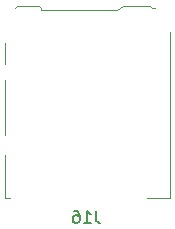
<source format=gbo>
G04 #@! TF.GenerationSoftware,KiCad,Pcbnew,(5.1.12)-1*
G04 #@! TF.CreationDate,2022-08-10T22:48:41-07:00*
G04 #@! TF.ProjectId,JBX16,4a425831-362e-46b6-9963-61645f706362,rev?*
G04 #@! TF.SameCoordinates,Original*
G04 #@! TF.FileFunction,Legend,Bot*
G04 #@! TF.FilePolarity,Positive*
%FSLAX46Y46*%
G04 Gerber Fmt 4.6, Leading zero omitted, Abs format (unit mm)*
G04 Created by KiCad (PCBNEW (5.1.12)-1) date 2022-08-10 22:48:41*
%MOMM*%
%LPD*%
G01*
G04 APERTURE LIST*
%ADD10C,0.120000*%
%ADD11C,0.150000*%
%ADD12O,1.700000X1.700000*%
%ADD13R,1.700000X1.700000*%
%ADD14R,1.500000X1.050000*%
%ADD15O,1.500000X1.050000*%
%ADD16O,2.000000X2.000000*%
%ADD17R,2.000000X2.000000*%
%ADD18O,1.400000X1.400000*%
%ADD19C,1.400000*%
%ADD20R,2.000000X1.440000*%
%ADD21O,2.000000X1.440000*%
%ADD22O,1.600000X1.600000*%
%ADD23R,1.600000X1.600000*%
%ADD24C,1.600000*%
%ADD25R,1.050000X1.500000*%
%ADD26O,1.050000X1.500000*%
%ADD27C,1.000000*%
%ADD28O,2.700000X3.300000*%
%ADD29R,1.300000X1.900000*%
%ADD30R,1.000000X2.800000*%
%ADD31R,1.000000X0.800000*%
%ADD32R,1.000000X1.200000*%
%ADD33R,0.700000X1.200000*%
%ADD34C,1.700000*%
%ADD35O,1.400000X3.200000*%
%ADD36C,0.800000*%
%ADD37O,2.000000X3.000000*%
%ADD38C,2.000000*%
%ADD39C,5.700000*%
%ADD40C,1.422400*%
%ADD41R,1.422400X1.422400*%
%ADD42C,1.524000*%
%ADD43R,2.000000X3.000000*%
%ADD44R,3.500000X2.000000*%
%ADD45C,2.800000*%
G04 APERTURE END LIST*
D10*
X151468000Y-27124200D02*
X150958000Y-27474200D01*
X153978000Y-27324200D02*
X154238000Y-27324200D01*
X153778000Y-27124200D02*
X153978000Y-27324200D01*
X144378000Y-27124200D02*
X144588000Y-27324200D01*
X144588000Y-27474200D02*
X144588000Y-27324200D01*
X144588000Y-27474200D02*
X150958000Y-27474200D01*
X141488000Y-32084200D02*
X141488000Y-30284200D01*
X141488000Y-38084200D02*
X141488000Y-33384200D01*
X142518000Y-27124200D02*
X142318000Y-27324200D01*
X142518000Y-27124200D02*
X144378000Y-27124200D01*
X153778000Y-27124200D02*
X151468000Y-27124200D01*
X141488000Y-43394200D02*
X141488000Y-39784200D01*
X141938000Y-43394200D02*
X141488000Y-43394200D01*
X155458000Y-43394200D02*
X155458000Y-29384200D01*
X153538000Y-43394200D02*
X155458000Y-43394200D01*
D11*
X149197523Y-44486580D02*
X149197523Y-45200866D01*
X149245142Y-45343723D01*
X149340380Y-45438961D01*
X149483238Y-45486580D01*
X149578476Y-45486580D01*
X148197523Y-45486580D02*
X148768952Y-45486580D01*
X148483238Y-45486580D02*
X148483238Y-44486580D01*
X148578476Y-44629438D01*
X148673714Y-44724676D01*
X148768952Y-44772295D01*
X147340380Y-44486580D02*
X147530857Y-44486580D01*
X147626095Y-44534200D01*
X147673714Y-44581819D01*
X147768952Y-44724676D01*
X147816571Y-44915152D01*
X147816571Y-45296104D01*
X147768952Y-45391342D01*
X147721333Y-45438961D01*
X147626095Y-45486580D01*
X147435619Y-45486580D01*
X147340380Y-45438961D01*
X147292761Y-45391342D01*
X147245142Y-45296104D01*
X147245142Y-45058009D01*
X147292761Y-44962771D01*
X147340380Y-44915152D01*
X147435619Y-44867533D01*
X147626095Y-44867533D01*
X147721333Y-44915152D01*
X147768952Y-44962771D01*
X147816571Y-45058009D01*
%LPC*%
D12*
X229108000Y-111353600D03*
X226568000Y-111353600D03*
X229108000Y-108813600D03*
X226568000Y-108813600D03*
X229108000Y-106273600D03*
X226568000Y-106273600D03*
X229108000Y-103733600D03*
D13*
X226568000Y-103733600D03*
D14*
X244703600Y-196469000D03*
D15*
X244703600Y-193929000D03*
X244703600Y-195199000D03*
D12*
X162788600Y-207264000D03*
X162788600Y-204724000D03*
X165328600Y-207264000D03*
X165328600Y-204724000D03*
X167868600Y-207264000D03*
X167868600Y-204724000D03*
X170408600Y-207264000D03*
X170408600Y-204724000D03*
X172948600Y-207264000D03*
D13*
X172948600Y-204724000D03*
D16*
X261924800Y-67614800D03*
D17*
X256844800Y-67614800D03*
D18*
X200456800Y-102895400D03*
D19*
X200456800Y-97815400D03*
D20*
X179445920Y-186720000D03*
D21*
X164205920Y-186720000D03*
X179445920Y-184180000D03*
X164205920Y-184180000D03*
X179445920Y-181640000D03*
X164205920Y-181640000D03*
X179445920Y-179100000D03*
X164205920Y-179100000D03*
X179445920Y-176560000D03*
X164205920Y-176560000D03*
X179445920Y-174020000D03*
X164205920Y-174020000D03*
X179445920Y-171480000D03*
X164205920Y-171480000D03*
X179445920Y-168940000D03*
X164205920Y-168940000D03*
X179445920Y-166400000D03*
X164205920Y-166400000D03*
X179445920Y-163860000D03*
X164205920Y-163860000D03*
X179445920Y-161320000D03*
X164205920Y-161320000D03*
X179445920Y-158780000D03*
X164205920Y-158780000D03*
X179445920Y-156240000D03*
X164205920Y-156240000D03*
X179445920Y-153700000D03*
X164205920Y-153700000D03*
X179445920Y-151160000D03*
X164205920Y-151160000D03*
X179445920Y-148620000D03*
X164205920Y-148620000D03*
D14*
X78613000Y-127838200D03*
D15*
X78613000Y-125298200D03*
X78613000Y-126568200D03*
D12*
X87909400Y-132842000D03*
X85369400Y-132842000D03*
D13*
X82829400Y-132842000D03*
D22*
X49631600Y-176072800D03*
X57251600Y-160832800D03*
X49631600Y-173532800D03*
X57251600Y-163372800D03*
X49631600Y-170992800D03*
X57251600Y-165912800D03*
X49631600Y-168452800D03*
X57251600Y-168452800D03*
X49631600Y-165912800D03*
X57251600Y-170992800D03*
X49631600Y-163372800D03*
X57251600Y-173532800D03*
X49631600Y-160832800D03*
D23*
X57251600Y-176072800D03*
D12*
X65354200Y-165862000D03*
X67894200Y-165862000D03*
X65354200Y-168402000D03*
X67894200Y-168402000D03*
X65354200Y-170942000D03*
D13*
X67894200Y-170942000D03*
D12*
X39039800Y-165963600D03*
X41579800Y-165963600D03*
X39039800Y-168503600D03*
X41579800Y-168503600D03*
X39039800Y-171043600D03*
D13*
X41579800Y-171043600D03*
D18*
X82575400Y-135940800D03*
D19*
X87655400Y-135940800D03*
D18*
X82575400Y-145008600D03*
D19*
X87655400Y-145008600D03*
D18*
X75412600Y-173075600D03*
D19*
X75412600Y-178155600D03*
D18*
X59994800Y-173507400D03*
D19*
X59994800Y-178587400D03*
D18*
X82575400Y-140309600D03*
D19*
X87655400Y-140309600D03*
D18*
X82575400Y-147193000D03*
D19*
X87655400Y-147193000D03*
D18*
X82575400Y-149402800D03*
D19*
X87655400Y-149402800D03*
D18*
X46812200Y-173634400D03*
D19*
X46812200Y-178714400D03*
D18*
X46913800Y-163398200D03*
D19*
X46913800Y-158318200D03*
D18*
X44602400Y-178714400D03*
D19*
X44602400Y-173634400D03*
D18*
X44704000Y-158318200D03*
D19*
X44704000Y-163398200D03*
D18*
X82575400Y-142494000D03*
D19*
X87655400Y-142494000D03*
D18*
X82575400Y-138125200D03*
D19*
X87655400Y-138125200D03*
D18*
X82550000Y-151612600D03*
D19*
X87630000Y-151612600D03*
D18*
X75438000Y-165252400D03*
D19*
X75438000Y-160172400D03*
D18*
X60071000Y-163347400D03*
D19*
X60071000Y-158267400D03*
D18*
X62306200Y-158267400D03*
D19*
X62306200Y-163347400D03*
D18*
X62230000Y-178587400D03*
D19*
X62230000Y-173507400D03*
D24*
X44892600Y-180797200D03*
X42392600Y-180797200D03*
X49620800Y-158089600D03*
X52120800Y-158089600D03*
X42392600Y-176112800D03*
X42392600Y-178612800D03*
X42443400Y-160909000D03*
X42443400Y-158409000D03*
X57262400Y-158089600D03*
X54762400Y-158089600D03*
X61965200Y-180670200D03*
X64465200Y-180670200D03*
X64541400Y-160869000D03*
X64541400Y-158369000D03*
X64465200Y-175985800D03*
X64465200Y-178485800D03*
X79622400Y-182290720D03*
D23*
X77622400Y-182290720D03*
D24*
X75438000Y-170952800D03*
X75438000Y-168452800D03*
X87039200Y-182290720D03*
D23*
X85039200Y-182290720D03*
D24*
X88722200Y-165938200D03*
X88722200Y-168438200D03*
D22*
X124180600Y-70053200D03*
X121640600Y-70053200D03*
X124180600Y-67513200D03*
X121640600Y-67513200D03*
X124180600Y-64973200D03*
X121640600Y-64973200D03*
X124180600Y-62433200D03*
X121640600Y-62433200D03*
X124180600Y-59893200D03*
D23*
X121640600Y-59893200D03*
D22*
X223083120Y-100299520D03*
X223083120Y-97759520D03*
X223083120Y-95219520D03*
X223083120Y-92679520D03*
X223083120Y-90139520D03*
D23*
X223083120Y-87599520D03*
D18*
X275412200Y-54356000D03*
D19*
X270332200Y-54356000D03*
D18*
X274777200Y-91719400D03*
D19*
X274777200Y-96799400D03*
D14*
X274980400Y-50241200D03*
D15*
X274980400Y-47701200D03*
X274980400Y-48971200D03*
D25*
X268097000Y-91719400D03*
D26*
X270637000Y-91719400D03*
X269367000Y-91719400D03*
D23*
X135107680Y-49484280D03*
D22*
X135107680Y-52024280D03*
X135107680Y-54564280D03*
X135107680Y-57104280D03*
X135107680Y-59644280D03*
X135107680Y-62184280D03*
X135107680Y-64724280D03*
X135107680Y-67264280D03*
X135107680Y-69804280D03*
X135107680Y-72344280D03*
X135107680Y-74884280D03*
X135107680Y-77424280D03*
X135107680Y-79964280D03*
X135107680Y-82504280D03*
X135107680Y-85044280D03*
X135107680Y-87584280D03*
X135107680Y-90124280D03*
X135107680Y-92664280D03*
X135107680Y-95204280D03*
X135107680Y-97744280D03*
X135107680Y-100284280D03*
X135107680Y-102824280D03*
X135107680Y-105364280D03*
X135107680Y-107904280D03*
X135107680Y-110444280D03*
X135107680Y-112984280D03*
X135107680Y-115524280D03*
X135107680Y-118064280D03*
X135107680Y-120604280D03*
X135107680Y-123144280D03*
X135107680Y-125684280D03*
X135107680Y-128224280D03*
X157967680Y-64724280D03*
X157967680Y-49484280D03*
X157967680Y-128224280D03*
X157967680Y-120604280D03*
X157967680Y-52024280D03*
X157967680Y-110444280D03*
X157967680Y-125684280D03*
X157967680Y-118064280D03*
X157967680Y-115524280D03*
X157967680Y-105364280D03*
X157967680Y-74884280D03*
X157967680Y-85044280D03*
X157967680Y-79964280D03*
X157967680Y-72344280D03*
X157967680Y-67264280D03*
X157967680Y-57104280D03*
X157967680Y-54564280D03*
X157967680Y-82504280D03*
X157967680Y-123144280D03*
X157967680Y-87584280D03*
X157967680Y-62184280D03*
X157967680Y-112984280D03*
X157967680Y-69804280D03*
X157967680Y-100284280D03*
X157967680Y-107904280D03*
X157967680Y-92664280D03*
X157967680Y-59644280D03*
X157967680Y-97744280D03*
X157967680Y-102824280D03*
X157967680Y-95204280D03*
X157967680Y-90124280D03*
X157967680Y-77424280D03*
D18*
X61366400Y-146659600D03*
D19*
X66446400Y-146659600D03*
D18*
X50114200Y-152577800D03*
D19*
X55194200Y-152577800D03*
D27*
X69054900Y-134467600D03*
X70954900Y-134467600D03*
D22*
X71208900Y-144437100D03*
X63588900Y-136817100D03*
X68668900Y-144437100D03*
X66128900Y-136817100D03*
X66128900Y-144437100D03*
X68668900Y-136817100D03*
X63588900Y-144437100D03*
D23*
X71208900Y-136817100D03*
D16*
X57150000Y-149453600D03*
D17*
X57150000Y-144373600D03*
D24*
X67017900Y-134427600D03*
X67017900Y-131927600D03*
X72986900Y-134467600D03*
X72986900Y-131967600D03*
X175006000Y-83947000D03*
X172506000Y-83947000D03*
X161584000Y-73406000D03*
X164084000Y-73406000D03*
X182435500Y-53149500D03*
X179935500Y-53149500D03*
X161584000Y-70993000D03*
X164084000Y-70993000D03*
X161584000Y-76009500D03*
X164084000Y-76009500D03*
X179959000Y-70826000D03*
X179959000Y-68326000D03*
X68772400Y-146659600D03*
X71272400Y-146659600D03*
X182435500Y-59626500D03*
X179935500Y-59626500D03*
X182435500Y-66103500D03*
X179935500Y-66103500D03*
X161584000Y-78486000D03*
X164084000Y-78486000D03*
X182435500Y-63944500D03*
X179935500Y-63944500D03*
X177546000Y-47498000D03*
X175046000Y-47498000D03*
X182435500Y-61785500D03*
X179935500Y-61785500D03*
X182435500Y-55308500D03*
X179935500Y-55308500D03*
X161584000Y-59753500D03*
X164084000Y-59753500D03*
X170029500Y-47498000D03*
X172529500Y-47498000D03*
X182435500Y-57467500D03*
X179935500Y-57467500D03*
X161584000Y-57594500D03*
X164084000Y-57594500D03*
D25*
X76835000Y-117043200D03*
D26*
X79375000Y-117043200D03*
X78105000Y-117043200D03*
D25*
X70307200Y-117043200D03*
D26*
X72847200Y-117043200D03*
X71577200Y-117043200D03*
D14*
X219265500Y-196405500D03*
D15*
X219265500Y-193865500D03*
X219265500Y-195135500D03*
D22*
X45768180Y-118094760D03*
X43228180Y-118094760D03*
X45768180Y-115554760D03*
X43228180Y-115554760D03*
X45768180Y-113014760D03*
X43228180Y-113014760D03*
X45768180Y-110474760D03*
X43228180Y-110474760D03*
X45768180Y-107934760D03*
X43228180Y-107934760D03*
X45768180Y-105394760D03*
X43228180Y-105394760D03*
X45768180Y-102854760D03*
X43228180Y-102854760D03*
X45768180Y-100314760D03*
X43228180Y-100314760D03*
X45768180Y-97774760D03*
X43228180Y-97774760D03*
X45768180Y-95234760D03*
X43228180Y-95234760D03*
X45768180Y-92694760D03*
X43228180Y-92694760D03*
X45768180Y-90154760D03*
X43228180Y-90154760D03*
X45768180Y-87614760D03*
X43228180Y-87614760D03*
X45768180Y-85074760D03*
X43228180Y-85074760D03*
X45768180Y-82534760D03*
X43228180Y-82534760D03*
X45768180Y-79994760D03*
X43228180Y-79994760D03*
X45768180Y-77454760D03*
X43228180Y-77454760D03*
X45768180Y-74914760D03*
X43228180Y-74914760D03*
X45768180Y-72374760D03*
X43228180Y-72374760D03*
X45768180Y-69834760D03*
X43228180Y-69834760D03*
X45768180Y-67294760D03*
X43228180Y-67294760D03*
X45768180Y-64754760D03*
X43228180Y-64754760D03*
X45768180Y-62214760D03*
X43228180Y-62214760D03*
X45768180Y-59674760D03*
X43228180Y-59674760D03*
X45768180Y-57134760D03*
X43228180Y-57134760D03*
X45768180Y-54594760D03*
X43228180Y-54594760D03*
X45768180Y-52054760D03*
X43228180Y-52054760D03*
X45768180Y-49514760D03*
X43228180Y-49514760D03*
X45768180Y-46974760D03*
X43228180Y-46974760D03*
X45768180Y-44434760D03*
X43228180Y-44434760D03*
X45768180Y-41894760D03*
X43228180Y-41894760D03*
X45768180Y-39354760D03*
X43228180Y-39354760D03*
X45768180Y-36814760D03*
X43228180Y-36814760D03*
X45768180Y-34274760D03*
X43228180Y-34274760D03*
X45768180Y-31734760D03*
X43228180Y-31734760D03*
X45768180Y-29194760D03*
D23*
X43228180Y-29194760D03*
D22*
X66083180Y-118094760D03*
X63543180Y-118094760D03*
X66083180Y-115554760D03*
X63543180Y-115554760D03*
X66083180Y-113014760D03*
X63543180Y-113014760D03*
X66083180Y-110474760D03*
X63543180Y-110474760D03*
X66083180Y-107934760D03*
X63543180Y-107934760D03*
X66083180Y-105394760D03*
X63543180Y-105394760D03*
X66083180Y-102854760D03*
X63543180Y-102854760D03*
X66083180Y-100314760D03*
X63543180Y-100314760D03*
X66083180Y-97774760D03*
X63543180Y-97774760D03*
X66083180Y-95234760D03*
X63543180Y-95234760D03*
X66083180Y-92694760D03*
X63543180Y-92694760D03*
X66083180Y-90154760D03*
X63543180Y-90154760D03*
X66083180Y-87614760D03*
X63543180Y-87614760D03*
X66083180Y-85074760D03*
X63543180Y-85074760D03*
X66083180Y-82534760D03*
X63543180Y-82534760D03*
X66083180Y-79994760D03*
X63543180Y-79994760D03*
X66083180Y-77454760D03*
X63543180Y-77454760D03*
X66083180Y-74914760D03*
X63543180Y-74914760D03*
X66083180Y-72374760D03*
X63543180Y-72374760D03*
X66083180Y-69834760D03*
X63543180Y-69834760D03*
X66083180Y-67294760D03*
X63543180Y-67294760D03*
X66083180Y-64754760D03*
X63543180Y-64754760D03*
X66083180Y-62214760D03*
X63543180Y-62214760D03*
X66083180Y-59674760D03*
X63543180Y-59674760D03*
X66083180Y-57134760D03*
X63543180Y-57134760D03*
X66083180Y-54594760D03*
X63543180Y-54594760D03*
X66083180Y-52054760D03*
X63543180Y-52054760D03*
X66083180Y-49514760D03*
X63543180Y-49514760D03*
X66083180Y-46974760D03*
X63543180Y-46974760D03*
X66083180Y-44434760D03*
D23*
X63543180Y-44434760D03*
D22*
X86403180Y-118094760D03*
X83863180Y-118094760D03*
X86403180Y-115554760D03*
X83863180Y-115554760D03*
X86403180Y-113014760D03*
X83863180Y-113014760D03*
X86403180Y-110474760D03*
X83863180Y-110474760D03*
X86403180Y-107934760D03*
X83863180Y-107934760D03*
X86403180Y-105394760D03*
X83863180Y-105394760D03*
X86403180Y-102854760D03*
X83863180Y-102854760D03*
X86403180Y-100314760D03*
X83863180Y-100314760D03*
X86403180Y-97774760D03*
X83863180Y-97774760D03*
X86403180Y-95234760D03*
X83863180Y-95234760D03*
X86403180Y-92694760D03*
X83863180Y-92694760D03*
X86403180Y-90154760D03*
X83863180Y-90154760D03*
X86403180Y-87614760D03*
X83863180Y-87614760D03*
X86403180Y-85074760D03*
X83863180Y-85074760D03*
X86403180Y-82534760D03*
X83863180Y-82534760D03*
X86403180Y-79994760D03*
X83863180Y-79994760D03*
X86403180Y-77454760D03*
X83863180Y-77454760D03*
X86403180Y-74914760D03*
X83863180Y-74914760D03*
X86403180Y-72374760D03*
X83863180Y-72374760D03*
X86403180Y-69834760D03*
X83863180Y-69834760D03*
X86403180Y-67294760D03*
X83863180Y-67294760D03*
X86403180Y-64754760D03*
X83863180Y-64754760D03*
X86403180Y-62214760D03*
X83863180Y-62214760D03*
X86403180Y-59674760D03*
X83863180Y-59674760D03*
X86403180Y-57134760D03*
X83863180Y-57134760D03*
X86403180Y-54594760D03*
X83863180Y-54594760D03*
X86403180Y-52054760D03*
X83863180Y-52054760D03*
X86403180Y-49514760D03*
X83863180Y-49514760D03*
X86403180Y-46974760D03*
X83863180Y-46974760D03*
X86403180Y-44434760D03*
X83863180Y-44434760D03*
X86403180Y-41894760D03*
X83863180Y-41894760D03*
X86403180Y-39354760D03*
X83863180Y-39354760D03*
X86403180Y-36814760D03*
X83863180Y-36814760D03*
X86403180Y-34274760D03*
X83863180Y-34274760D03*
X86403180Y-31734760D03*
X83863180Y-31734760D03*
X86403180Y-29194760D03*
D23*
X83863180Y-29194760D03*
X104183180Y-29194760D03*
D22*
X106723180Y-29194760D03*
X104183180Y-31734760D03*
X106723180Y-31734760D03*
X104183180Y-34274760D03*
X106723180Y-34274760D03*
X104183180Y-36814760D03*
X106723180Y-36814760D03*
X104183180Y-39354760D03*
X106723180Y-39354760D03*
X104183180Y-41894760D03*
X106723180Y-41894760D03*
X104183180Y-44434760D03*
X106723180Y-44434760D03*
X104183180Y-46974760D03*
X106723180Y-46974760D03*
X104183180Y-49514760D03*
X106723180Y-49514760D03*
X104183180Y-52054760D03*
X106723180Y-52054760D03*
X104183180Y-54594760D03*
X106723180Y-54594760D03*
X104183180Y-57134760D03*
X106723180Y-57134760D03*
X104183180Y-59674760D03*
X106723180Y-59674760D03*
X104183180Y-62214760D03*
X106723180Y-62214760D03*
X104183180Y-64754760D03*
X106723180Y-64754760D03*
X104183180Y-67294760D03*
X106723180Y-67294760D03*
X104183180Y-69834760D03*
X106723180Y-69834760D03*
X104183180Y-72374760D03*
X106723180Y-72374760D03*
X104183180Y-74914760D03*
X106723180Y-74914760D03*
X104183180Y-77454760D03*
X106723180Y-77454760D03*
X104183180Y-79994760D03*
X106723180Y-79994760D03*
X104183180Y-82534760D03*
X106723180Y-82534760D03*
X104183180Y-85074760D03*
X106723180Y-85074760D03*
X104183180Y-87614760D03*
X106723180Y-87614760D03*
X104183180Y-90154760D03*
X106723180Y-90154760D03*
X104183180Y-92694760D03*
X106723180Y-92694760D03*
X104183180Y-95234760D03*
X106723180Y-95234760D03*
X104183180Y-97774760D03*
X106723180Y-97774760D03*
X104183180Y-100314760D03*
X106723180Y-100314760D03*
X104183180Y-102854760D03*
X106723180Y-102854760D03*
X104183180Y-105394760D03*
X106723180Y-105394760D03*
X104183180Y-107934760D03*
X106723180Y-107934760D03*
X104183180Y-110474760D03*
X106723180Y-110474760D03*
X104183180Y-113014760D03*
X106723180Y-113014760D03*
X104183180Y-115554760D03*
X106723180Y-115554760D03*
X104183180Y-118094760D03*
X106723180Y-118094760D03*
D18*
X90347800Y-171526200D03*
D19*
X90347800Y-176606200D03*
D18*
X92684600Y-171526200D03*
D19*
X92684600Y-176606200D03*
D28*
X274485760Y-77803640D03*
X270285760Y-77803640D03*
X266085760Y-77803640D03*
X261885760Y-77803640D03*
X257685760Y-77803640D03*
X253485760Y-77803640D03*
X249285760Y-77803640D03*
X245085760Y-77803640D03*
X240885760Y-77803640D03*
X236685760Y-77803640D03*
X232485760Y-77803640D03*
X228285760Y-77803640D03*
X274485760Y-72303640D03*
X270285760Y-72303640D03*
X266085760Y-72303640D03*
X261885760Y-72303640D03*
X257685760Y-72303640D03*
X253485760Y-72303640D03*
X249285760Y-72303640D03*
X245085760Y-72303640D03*
X240885760Y-72303640D03*
X236685760Y-72303640D03*
X232485760Y-72303640D03*
G36*
G01*
X226935760Y-73703639D02*
X226935760Y-70903641D01*
G75*
G02*
X227185761Y-70653640I250001J0D01*
G01*
X229385759Y-70653640D01*
G75*
G02*
X229635760Y-70903641I0J-250001D01*
G01*
X229635760Y-73703639D01*
G75*
G02*
X229385759Y-73953640I-250001J0D01*
G01*
X227185761Y-73953640D01*
G75*
G02*
X226935760Y-73703639I0J250001D01*
G01*
G37*
D18*
X231711500Y-64571880D03*
D19*
X236791500Y-64571880D03*
D22*
X217596720Y-48508920D03*
X220136720Y-48508920D03*
X222676720Y-48508920D03*
X225216720Y-48508920D03*
X227756720Y-48508920D03*
D23*
X230296720Y-48508920D03*
D24*
X207172560Y-45318680D03*
X204672560Y-45318680D03*
X207203040Y-49672240D03*
X204703040Y-49672240D03*
X218963240Y-42545000D03*
X221463240Y-42545000D03*
X175122200Y-42545000D03*
X177622200Y-42545000D03*
X192140840Y-45166280D03*
X192140840Y-47666280D03*
X231942640Y-42545000D03*
X229442640Y-42545000D03*
X190510800Y-42545000D03*
X188010800Y-42545000D03*
X180217440Y-42545000D03*
X182717440Y-42545000D03*
X227248720Y-42545000D03*
X224748720Y-42545000D03*
X207187800Y-47518320D03*
X204687800Y-47518320D03*
D22*
X179364640Y-87599520D03*
X164124640Y-135859520D03*
X179364640Y-90139520D03*
X164124640Y-133319520D03*
X179364640Y-92679520D03*
X164124640Y-130779520D03*
X179364640Y-95219520D03*
X164124640Y-128239520D03*
X179364640Y-97759520D03*
X164124640Y-125699520D03*
X179364640Y-100299520D03*
X164124640Y-123159520D03*
X179364640Y-102839520D03*
X164124640Y-120619520D03*
X179364640Y-105379520D03*
X164124640Y-118079520D03*
X179364640Y-107919520D03*
X164124640Y-115539520D03*
X179364640Y-110459520D03*
X164124640Y-112999520D03*
X179364640Y-112999520D03*
X164124640Y-110459520D03*
X179364640Y-115539520D03*
X164124640Y-107919520D03*
X179364640Y-118079520D03*
X164124640Y-105379520D03*
X179364640Y-120619520D03*
X164124640Y-102839520D03*
X179364640Y-123159520D03*
X164124640Y-100299520D03*
X179364640Y-125699520D03*
X164124640Y-97759520D03*
X179364640Y-128239520D03*
X164124640Y-95219520D03*
X179364640Y-130779520D03*
X164124640Y-92679520D03*
X179364640Y-133319520D03*
X164124640Y-90139520D03*
X179364640Y-135859520D03*
D23*
X164124640Y-87599520D03*
D12*
X200766680Y-45156120D03*
X200766680Y-47696120D03*
X198226680Y-45156120D03*
X198226680Y-47696120D03*
X195686680Y-45156120D03*
D13*
X195686680Y-47696120D03*
D12*
X175036480Y-81020920D03*
X172496480Y-81020920D03*
X175036480Y-78480920D03*
X172496480Y-78480920D03*
X175036480Y-75940920D03*
X172496480Y-75940920D03*
X175036480Y-73400920D03*
X172496480Y-73400920D03*
X175036480Y-70860920D03*
X172496480Y-70860920D03*
X175036480Y-68320920D03*
X172496480Y-68320920D03*
X175036480Y-65780920D03*
X172496480Y-65780920D03*
X175036480Y-63240920D03*
X172496480Y-63240920D03*
X175036480Y-60700920D03*
X172496480Y-60700920D03*
X175036480Y-58160920D03*
X172496480Y-58160920D03*
X175036480Y-55620920D03*
X172496480Y-55620920D03*
X175036480Y-53080920D03*
X172496480Y-53080920D03*
X175036480Y-50540920D03*
D13*
X172496480Y-50540920D03*
D29*
X155138000Y-28134200D03*
D30*
X141638000Y-28584200D03*
D31*
X141638000Y-32734200D03*
D32*
X141638000Y-38934200D03*
X152788000Y-43234200D03*
D33*
X144638000Y-43234200D03*
X145738000Y-43234200D03*
X146838000Y-43234200D03*
X147938000Y-43234200D03*
X149038000Y-43234200D03*
X150138000Y-43234200D03*
X151238000Y-43234200D03*
X143538000Y-43234200D03*
X142588000Y-43234200D03*
D24*
X105816400Y-173863000D03*
X105816400Y-176363000D03*
D22*
X103022400Y-139827000D03*
X95402400Y-147447000D03*
X103022400Y-142367000D03*
X95402400Y-144907000D03*
X103022400Y-144907000D03*
X95402400Y-142367000D03*
X103022400Y-147447000D03*
D23*
X95402400Y-139827000D03*
D22*
X78155800Y-176072800D03*
X85775800Y-160832800D03*
X78155800Y-173532800D03*
X85775800Y-163372800D03*
X78155800Y-170992800D03*
X85775800Y-165912800D03*
X78155800Y-168452800D03*
X85775800Y-168452800D03*
X78155800Y-165912800D03*
X85775800Y-170992800D03*
X78155800Y-163372800D03*
X85775800Y-173532800D03*
X78155800Y-160832800D03*
D23*
X85775800Y-176072800D03*
D24*
X114066320Y-149346920D03*
X121686320Y-149346920D03*
X121686320Y-141726920D03*
D23*
X114066320Y-141726920D03*
D22*
X124673360Y-158821120D03*
X109433360Y-186761120D03*
X124673360Y-161361120D03*
X109433360Y-184221120D03*
X124673360Y-163901120D03*
X109433360Y-181681120D03*
X124673360Y-166441120D03*
X109433360Y-179141120D03*
X124673360Y-168981120D03*
X109433360Y-176601120D03*
X124673360Y-171521120D03*
X109433360Y-174061120D03*
X124673360Y-174061120D03*
X109433360Y-171521120D03*
X124673360Y-176601120D03*
X109433360Y-168981120D03*
X124673360Y-179141120D03*
X109433360Y-166441120D03*
X124673360Y-181681120D03*
X109433360Y-163901120D03*
X124673360Y-184221120D03*
X109433360Y-161361120D03*
X124673360Y-186761120D03*
D23*
X109433360Y-158821120D03*
D18*
X92684600Y-163906200D03*
D19*
X92684600Y-158826200D03*
D18*
X92684600Y-142443200D03*
D19*
X92684600Y-137363200D03*
D18*
X105867200Y-146456400D03*
D19*
X105867200Y-141376400D03*
D18*
X73177400Y-167970200D03*
D19*
X73177400Y-173050200D03*
D18*
X73228200Y-160172400D03*
D19*
X73228200Y-165252400D03*
D22*
X102997000Y-187833000D03*
D24*
X90297000Y-187833000D03*
X95002600Y-152908000D03*
D23*
X97002600Y-152908000D03*
D24*
X92659200Y-144983200D03*
X92659200Y-147483200D03*
X50514000Y-182290720D03*
D23*
X48514000Y-182290720D03*
D24*
X46913800Y-165952800D03*
X46913800Y-168452800D03*
X125750320Y-144196440D03*
X125750320Y-141696440D03*
X58616600Y-182290720D03*
D23*
X56616600Y-182290720D03*
D24*
X101037640Y-182290720D03*
D23*
X103037640Y-182290720D03*
D24*
X59994800Y-165927400D03*
X59994800Y-168427400D03*
X103930200Y-152908000D03*
D23*
X101930200Y-152908000D03*
D24*
X100497000Y-137033000D03*
X102997000Y-137033000D03*
X94799400Y-182290720D03*
D23*
X96799400Y-182290720D03*
D24*
X95890080Y-134767320D03*
X95890080Y-132267320D03*
X98115120Y-134778120D03*
X98115120Y-132278120D03*
X90449400Y-142377800D03*
X90449400Y-139877800D03*
X108153200Y-145375000D03*
X108153200Y-142875000D03*
X83047200Y-157937200D03*
X85547200Y-157937200D03*
X78155800Y-157962600D03*
X80655800Y-157962600D03*
X70942200Y-170571800D03*
X70942200Y-168071800D03*
X70993000Y-162774000D03*
X70993000Y-160274000D03*
X127406400Y-166401120D03*
X127406400Y-163901120D03*
D22*
X95407480Y-176606200D03*
X103027480Y-158826200D03*
X95407480Y-174066200D03*
X103027480Y-161366200D03*
X95407480Y-171526200D03*
X103027480Y-163906200D03*
X95407480Y-168986200D03*
X103027480Y-166446200D03*
X95407480Y-166446200D03*
X103027480Y-168986200D03*
X95407480Y-163906200D03*
X103027480Y-171526200D03*
X95407480Y-161366200D03*
X103027480Y-174066200D03*
X95407480Y-158826200D03*
D23*
X103027480Y-176606200D03*
D12*
X162834320Y-54559200D03*
D13*
X162834320Y-52019200D03*
D34*
X126960000Y-47418000D03*
X123460000Y-34168000D03*
D35*
X128210000Y-44318000D03*
X121710000Y-47418000D03*
X121710000Y-37918000D03*
D36*
X124460000Y-46463000D03*
X125460000Y-45885500D03*
X124460000Y-45308000D03*
X125460000Y-44730500D03*
X124460000Y-44153000D03*
X125460000Y-43575500D03*
X124460000Y-42998000D03*
X125460000Y-42420500D03*
X124460000Y-41843000D03*
X125460000Y-41265500D03*
X124460000Y-40688000D03*
X125460000Y-40110500D03*
X124460000Y-39533000D03*
X125460000Y-38955500D03*
X124460000Y-38378000D03*
X125460000Y-37800500D03*
X124460000Y-37223000D03*
X125460000Y-36645500D03*
D35*
X128210000Y-35318000D03*
G36*
G01*
X124860000Y-35918400D02*
X124860000Y-36217600D01*
G75*
G02*
X124609600Y-36468000I-250400J0D01*
G01*
X124310400Y-36468000D01*
G75*
G02*
X124060000Y-36217600I0J250400D01*
G01*
X124060000Y-35918400D01*
G75*
G02*
X124310400Y-35668000I250400J0D01*
G01*
X124609600Y-35668000D01*
G75*
G02*
X124860000Y-35918400I0J-250400D01*
G01*
G37*
D37*
X162882400Y-39232840D03*
X166882400Y-39232840D03*
X170882400Y-39232840D03*
X177382400Y-39232840D03*
X181382400Y-39232840D03*
X185382400Y-39232840D03*
X189382400Y-39232840D03*
X206966640Y-39192200D03*
X210966640Y-39192200D03*
X214966640Y-39192200D03*
X221466640Y-39192200D03*
X225466640Y-39192200D03*
X229466640Y-39192200D03*
X233466640Y-39192200D03*
D18*
X131993640Y-186776360D03*
D19*
X131993640Y-181696360D03*
D18*
X131993640Y-157967680D03*
D19*
X131993640Y-152887680D03*
D18*
X200456800Y-95123000D03*
D19*
X200456800Y-90043000D03*
D24*
X134858760Y-189484000D03*
X137358760Y-189484000D03*
X145251800Y-160670240D03*
X147751800Y-160670240D03*
X134832720Y-160675320D03*
X137332720Y-160675320D03*
X145749640Y-189453520D03*
X148249640Y-189453520D03*
X186634120Y-70271640D03*
X184134120Y-70271640D03*
D18*
X244373400Y-64571880D03*
D19*
X239293400Y-64571880D03*
D18*
X217805000Y-53340000D03*
D19*
X212725000Y-53340000D03*
D18*
X251470160Y-64561720D03*
D19*
X246390160Y-64561720D03*
D18*
X233009440Y-110474760D03*
D19*
X233009440Y-105394760D03*
D24*
X206470880Y-53898800D03*
X208970880Y-53898800D03*
D38*
X250022500Y-200152000D03*
X250022500Y-204652000D03*
X243522500Y-200152000D03*
X243522500Y-204652000D03*
X230337500Y-200134220D03*
X230337500Y-204634220D03*
X223837500Y-200134220D03*
X223837500Y-204634220D03*
D24*
X259421000Y-64668400D03*
X256921000Y-64668400D03*
D38*
X232953560Y-83967480D03*
X238033560Y-83977480D03*
X222684500Y-82931000D03*
X222694500Y-77851000D03*
X266938760Y-83870640D03*
X261858760Y-83860640D03*
X265282680Y-67142360D03*
X270362680Y-67152360D03*
X264552440Y-56174640D03*
D17*
X259552440Y-56174640D03*
D38*
X252832880Y-56032400D03*
D17*
X247832880Y-56032400D03*
D38*
X241397800Y-55753000D03*
D17*
X236397800Y-55753000D03*
D22*
X219110560Y-64190880D03*
X196250560Y-56570880D03*
X216570560Y-64190880D03*
X198790560Y-56570880D03*
X214030560Y-64190880D03*
X201330560Y-56570880D03*
X211490560Y-64190880D03*
X203870560Y-56570880D03*
X208950560Y-64190880D03*
X206410560Y-56570880D03*
X206410560Y-64190880D03*
X208950560Y-56570880D03*
X203870560Y-64190880D03*
X211490560Y-56570880D03*
X201330560Y-64190880D03*
X214030560Y-56570880D03*
X198790560Y-64190880D03*
X216570560Y-56570880D03*
X196250560Y-64190880D03*
D23*
X219110560Y-56570880D03*
D39*
X272052360Y-192164880D03*
X114572360Y-192164880D03*
X68852360Y-192164880D03*
X114572360Y-36814880D03*
X68852360Y-36814880D03*
X272052360Y-59674880D03*
D24*
X256519040Y-94752160D03*
X259019040Y-94752160D03*
X233050080Y-102636320D03*
X233050080Y-100136320D03*
X272303240Y-120665240D03*
X272303240Y-123165240D03*
X257492500Y-134048500D03*
X257492500Y-136548500D03*
X272318480Y-101670480D03*
X272318480Y-104170480D03*
X238577120Y-134198360D03*
X238577120Y-136698360D03*
X272303240Y-114360320D03*
X272303240Y-116860320D03*
X233022140Y-116713000D03*
X233022140Y-119213000D03*
D19*
X181386480Y-76083160D03*
D18*
X181386480Y-81163160D03*
D19*
X243540280Y-47005240D03*
D18*
X248620280Y-47005240D03*
D19*
X250642120Y-47005240D03*
D18*
X255722120Y-47005240D03*
D19*
X257769360Y-46990000D03*
D18*
X262849360Y-46990000D03*
D23*
X184155080Y-80548480D03*
D22*
X199395080Y-72928480D03*
X186695080Y-80548480D03*
X196855080Y-72928480D03*
X189235080Y-80548480D03*
X194315080Y-72928480D03*
X191775080Y-80548480D03*
X191775080Y-72928480D03*
X194315080Y-80548480D03*
X189235080Y-72928480D03*
X196855080Y-80548480D03*
X186695080Y-72928480D03*
X199395080Y-80548480D03*
X184155080Y-72928480D03*
D38*
X255489080Y-29276040D03*
X250489080Y-29276040D03*
X260489080Y-39236040D03*
X245489080Y-39236040D03*
X257989080Y-41736040D03*
X252989080Y-39236040D03*
X247989080Y-41736040D03*
X252989080Y-44236040D03*
D13*
X224210880Y-57830720D03*
D12*
X226750880Y-57830720D03*
X224210880Y-60370720D03*
X226750880Y-60370720D03*
X224210880Y-62910720D03*
X226750880Y-62910720D03*
D24*
X220662500Y-73937500D03*
X220662500Y-71437500D03*
D22*
X265572240Y-41945560D03*
X268112240Y-41945560D03*
X270652240Y-41945560D03*
X273192240Y-41945560D03*
D23*
X275732240Y-41945560D03*
D17*
X216590880Y-67365880D03*
D16*
X211510880Y-67365880D03*
D17*
X193009520Y-59446160D03*
D16*
X193009520Y-64526160D03*
D17*
X197799960Y-139065000D03*
D16*
X192719960Y-139065000D03*
D17*
X179344320Y-139039600D03*
D16*
X174264320Y-139039600D03*
D24*
X201874120Y-105430320D03*
X201874120Y-107930320D03*
D23*
X204541120Y-87599520D03*
D22*
X219781120Y-135859520D03*
X204541120Y-90139520D03*
X219781120Y-133319520D03*
X204541120Y-92679520D03*
X219781120Y-130779520D03*
X204541120Y-95219520D03*
X219781120Y-128239520D03*
X204541120Y-97759520D03*
X219781120Y-125699520D03*
X204541120Y-100299520D03*
X219781120Y-123159520D03*
X204541120Y-102839520D03*
X219781120Y-120619520D03*
X204541120Y-105379520D03*
X219781120Y-118079520D03*
X204541120Y-107919520D03*
X219781120Y-115539520D03*
X204541120Y-110459520D03*
X219781120Y-112999520D03*
X204541120Y-112999520D03*
X219781120Y-110459520D03*
X204541120Y-115539520D03*
X219781120Y-107919520D03*
X204541120Y-118079520D03*
X219781120Y-105379520D03*
X204541120Y-120619520D03*
X219781120Y-102839520D03*
X204541120Y-123159520D03*
X219781120Y-100299520D03*
X204541120Y-125699520D03*
X219781120Y-97759520D03*
X204541120Y-128239520D03*
X219781120Y-95219520D03*
X204541120Y-130779520D03*
X219781120Y-92679520D03*
X204541120Y-133319520D03*
X219781120Y-90139520D03*
X204541120Y-135859520D03*
X219781120Y-87599520D03*
D38*
X203004420Y-204634220D03*
X203004420Y-200134220D03*
X209504420Y-204634220D03*
X209504420Y-200134220D03*
D13*
X192608200Y-143276320D03*
D12*
X190068200Y-143276320D03*
X187528200Y-143276320D03*
D13*
X157906720Y-181371240D03*
D12*
X157906720Y-178831240D03*
D24*
X164134160Y-138562080D03*
X166634160Y-138562080D03*
D19*
X158597600Y-170317160D03*
D18*
X158597600Y-175397160D03*
D24*
X182554240Y-138557000D03*
X185054240Y-138557000D03*
X259755000Y-189445900D03*
X262255000Y-189445900D03*
X241319680Y-189445900D03*
X243819680Y-189445900D03*
X222912300Y-189445900D03*
X225412300Y-189445900D03*
X204484600Y-189445900D03*
X206984600Y-189445900D03*
X186054360Y-189445900D03*
X188554360Y-189445900D03*
X158739840Y-186725560D03*
X158739840Y-189225560D03*
D19*
X261432040Y-92262960D03*
D18*
X256352040Y-92262960D03*
D19*
X261442200Y-90053160D03*
D18*
X256362200Y-90053160D03*
D40*
X239994440Y-114360960D03*
X239994440Y-116900960D03*
X239994440Y-119440960D03*
X239994440Y-121980960D03*
X239994440Y-124520960D03*
X239994440Y-111820960D03*
X239994440Y-109280960D03*
X239994440Y-106740960D03*
X239994440Y-104200960D03*
X239994440Y-101660960D03*
X239994440Y-99120960D03*
D41*
X237454440Y-114360960D03*
D40*
X237454440Y-116900960D03*
X237454440Y-119440960D03*
X237454440Y-121980960D03*
X237454440Y-124520960D03*
X237454440Y-127060960D03*
X237454440Y-111820960D03*
X237454440Y-109280960D03*
X237454440Y-106740960D03*
X237454440Y-104200960D03*
X237454440Y-101660960D03*
X239994440Y-127060960D03*
X242534440Y-127060960D03*
X245074440Y-127060960D03*
X247614440Y-127060960D03*
X250154440Y-127060960D03*
X252694440Y-127060960D03*
X255234440Y-127060960D03*
X257774440Y-127060960D03*
X260314440Y-127060960D03*
X262854440Y-127060960D03*
X239994440Y-129600960D03*
X242534440Y-129600960D03*
X245074440Y-129600960D03*
X247614440Y-129600960D03*
X250154440Y-129600960D03*
X252694440Y-129600960D03*
X255234440Y-129600960D03*
X257774440Y-129600960D03*
X260314440Y-129600960D03*
X262854440Y-129600960D03*
X265394440Y-129600960D03*
X265394440Y-127060960D03*
X265394440Y-124520960D03*
X265394440Y-121980960D03*
X265394440Y-119440960D03*
X265394440Y-116900960D03*
X265394440Y-114360960D03*
X265394440Y-111820960D03*
X265394440Y-109280960D03*
X265394440Y-106740960D03*
X265394440Y-104200960D03*
X267934440Y-127060960D03*
X267934440Y-124520960D03*
X267934440Y-121980960D03*
X267934440Y-119440960D03*
X267934440Y-116900960D03*
X267934440Y-114360960D03*
X267934440Y-111820960D03*
X267934440Y-109280960D03*
X267934440Y-106740960D03*
X267934440Y-104200960D03*
X267934440Y-101660960D03*
X265394440Y-101660960D03*
X262854440Y-101660960D03*
X260314440Y-101660960D03*
X257774440Y-101660960D03*
X255234440Y-101660960D03*
X252694440Y-101660960D03*
X250154440Y-101660960D03*
X247614440Y-101660960D03*
X245074440Y-101660960D03*
X242534440Y-101660960D03*
X265394440Y-99120960D03*
X262854440Y-99120960D03*
X260314440Y-99120960D03*
X257774440Y-99120960D03*
X255234440Y-99120960D03*
X252694440Y-99120960D03*
X250154440Y-99120960D03*
X247614440Y-99120960D03*
X245074440Y-99120960D03*
X242534440Y-99120960D03*
D23*
X142453360Y-186745880D03*
D22*
X134833360Y-163885880D03*
X142453360Y-184205880D03*
X134833360Y-166425880D03*
X142453360Y-181665880D03*
X134833360Y-168965880D03*
X142453360Y-179125880D03*
X134833360Y-171505880D03*
X142453360Y-176585880D03*
X134833360Y-174045880D03*
X142453360Y-174045880D03*
X134833360Y-176585880D03*
X142453360Y-171505880D03*
X134833360Y-179125880D03*
X142453360Y-168965880D03*
X134833360Y-181665880D03*
X142453360Y-166425880D03*
X134833360Y-184205880D03*
X142453360Y-163885880D03*
X134833360Y-186745880D03*
D23*
X153334720Y-157958280D03*
D22*
X145714720Y-135098280D03*
X153334720Y-155418280D03*
X145714720Y-137638280D03*
X153334720Y-152878280D03*
X145714720Y-140178280D03*
X153334720Y-150338280D03*
X145714720Y-142718280D03*
X153334720Y-147798280D03*
X145714720Y-145258280D03*
X153334720Y-145258280D03*
X145714720Y-147798280D03*
X153334720Y-142718280D03*
X145714720Y-150338280D03*
X153334720Y-140178280D03*
X145714720Y-152878280D03*
X153334720Y-137638280D03*
X145714720Y-155418280D03*
X153334720Y-135098280D03*
X145714720Y-157958280D03*
D23*
X142453360Y-157958280D03*
D22*
X134833360Y-135098280D03*
X142453360Y-155418280D03*
X134833360Y-137638280D03*
X142453360Y-152878280D03*
X134833360Y-140178280D03*
X142453360Y-150338280D03*
X134833360Y-142718280D03*
X142453360Y-147798280D03*
X134833360Y-145258280D03*
X142453360Y-145258280D03*
X134833360Y-147798280D03*
X142453360Y-142718280D03*
X134833360Y-150338280D03*
X142453360Y-140178280D03*
X134833360Y-152878280D03*
X142453360Y-137638280D03*
X134833360Y-155418280D03*
X142453360Y-135098280D03*
X134833360Y-157958280D03*
D23*
X153334720Y-186745880D03*
D22*
X145714720Y-163885880D03*
X153334720Y-184205880D03*
X145714720Y-166425880D03*
X153334720Y-181665880D03*
X145714720Y-168965880D03*
X153334720Y-179125880D03*
X145714720Y-171505880D03*
X153334720Y-176585880D03*
X145714720Y-174045880D03*
X153334720Y-174045880D03*
X145714720Y-176585880D03*
X153334720Y-171505880D03*
X145714720Y-179125880D03*
X153334720Y-168965880D03*
X145714720Y-181665880D03*
X153334720Y-166425880D03*
X145714720Y-184205880D03*
X153334720Y-163885880D03*
X145714720Y-186745880D03*
D42*
X267092360Y-35173920D03*
X271642360Y-35173920D03*
X269042360Y-35173920D03*
X273592360Y-35173920D03*
X267092360Y-37673920D03*
X273592360Y-37673920D03*
D43*
X277142360Y-32273920D03*
D44*
X270342360Y-31373920D03*
D43*
X263542360Y-32273920D03*
D13*
X125409960Y-78828900D03*
D12*
X127949960Y-78828900D03*
X130489960Y-78828900D03*
D45*
X135737600Y-32354520D03*
X137737600Y-34754520D03*
X137737600Y-40254520D03*
D12*
X240263680Y-92938600D03*
X240263680Y-90398600D03*
X242803680Y-92938600D03*
X242803680Y-90398600D03*
X245343680Y-92938600D03*
X245343680Y-90398600D03*
X247883680Y-92938600D03*
X247883680Y-90398600D03*
X250423680Y-92938600D03*
D13*
X250423680Y-90398600D03*
D22*
X241328000Y-186720000D03*
X256568000Y-148620000D03*
X241328000Y-184180000D03*
X256568000Y-151160000D03*
X241328000Y-181640000D03*
X256568000Y-153700000D03*
X241328000Y-179100000D03*
X256568000Y-156240000D03*
X241328000Y-176560000D03*
X256568000Y-158780000D03*
X241328000Y-174020000D03*
X256568000Y-161320000D03*
X241328000Y-171480000D03*
X256568000Y-163860000D03*
X241328000Y-168940000D03*
X256568000Y-166400000D03*
X241328000Y-166400000D03*
X256568000Y-168940000D03*
X241328000Y-163860000D03*
X256568000Y-171480000D03*
X241328000Y-161320000D03*
X256568000Y-174020000D03*
X241328000Y-158780000D03*
X256568000Y-176560000D03*
X241328000Y-156240000D03*
X256568000Y-179100000D03*
X241328000Y-153700000D03*
X256568000Y-181640000D03*
X241328000Y-151160000D03*
X256568000Y-184180000D03*
X241328000Y-148620000D03*
D23*
X256568000Y-186720000D03*
D22*
X259748000Y-186720000D03*
X274988000Y-148620000D03*
X259748000Y-184180000D03*
X274988000Y-151160000D03*
X259748000Y-181640000D03*
X274988000Y-153700000D03*
X259748000Y-179100000D03*
X274988000Y-156240000D03*
X259748000Y-176560000D03*
X274988000Y-158780000D03*
X259748000Y-174020000D03*
X274988000Y-161320000D03*
X259748000Y-171480000D03*
X274988000Y-163860000D03*
X259748000Y-168940000D03*
X274988000Y-166400000D03*
X259748000Y-166400000D03*
X274988000Y-168940000D03*
X259748000Y-163860000D03*
X274988000Y-171480000D03*
X259748000Y-161320000D03*
X274988000Y-174020000D03*
X259748000Y-158780000D03*
X274988000Y-176560000D03*
X259748000Y-156240000D03*
X274988000Y-179100000D03*
X259748000Y-153700000D03*
X274988000Y-181640000D03*
X259748000Y-151160000D03*
X274988000Y-184180000D03*
X259748000Y-148620000D03*
D23*
X274988000Y-186720000D03*
D22*
X222908000Y-186720000D03*
X238148000Y-148620000D03*
X222908000Y-184180000D03*
X238148000Y-151160000D03*
X222908000Y-181640000D03*
X238148000Y-153700000D03*
X222908000Y-179100000D03*
X238148000Y-156240000D03*
X222908000Y-176560000D03*
X238148000Y-158780000D03*
X222908000Y-174020000D03*
X238148000Y-161320000D03*
X222908000Y-171480000D03*
X238148000Y-163860000D03*
X222908000Y-168940000D03*
X238148000Y-166400000D03*
X222908000Y-166400000D03*
X238148000Y-168940000D03*
X222908000Y-163860000D03*
X238148000Y-171480000D03*
X222908000Y-161320000D03*
X238148000Y-174020000D03*
X222908000Y-158780000D03*
X238148000Y-176560000D03*
X222908000Y-156240000D03*
X238148000Y-179100000D03*
X222908000Y-153700000D03*
X238148000Y-181640000D03*
X222908000Y-151160000D03*
X238148000Y-184180000D03*
X222908000Y-148620000D03*
D23*
X238148000Y-186720000D03*
D22*
X204488000Y-186720000D03*
X219728000Y-148620000D03*
X204488000Y-184180000D03*
X219728000Y-151160000D03*
X204488000Y-181640000D03*
X219728000Y-153700000D03*
X204488000Y-179100000D03*
X219728000Y-156240000D03*
X204488000Y-176560000D03*
X219728000Y-158780000D03*
X204488000Y-174020000D03*
X219728000Y-161320000D03*
X204488000Y-171480000D03*
X219728000Y-163860000D03*
X204488000Y-168940000D03*
X219728000Y-166400000D03*
X204488000Y-166400000D03*
X219728000Y-168940000D03*
X204488000Y-163860000D03*
X219728000Y-171480000D03*
X204488000Y-161320000D03*
X219728000Y-174020000D03*
X204488000Y-158780000D03*
X219728000Y-176560000D03*
X204488000Y-156240000D03*
X219728000Y-179100000D03*
X204488000Y-153700000D03*
X219728000Y-181640000D03*
X204488000Y-151160000D03*
X219728000Y-184180000D03*
X204488000Y-148620000D03*
D23*
X219728000Y-186720000D03*
D22*
X186068000Y-186720000D03*
X201308000Y-148620000D03*
X186068000Y-184180000D03*
X201308000Y-151160000D03*
X186068000Y-181640000D03*
X201308000Y-153700000D03*
X186068000Y-179100000D03*
X201308000Y-156240000D03*
X186068000Y-176560000D03*
X201308000Y-158780000D03*
X186068000Y-174020000D03*
X201308000Y-161320000D03*
X186068000Y-171480000D03*
X201308000Y-163860000D03*
X186068000Y-168940000D03*
X201308000Y-166400000D03*
X186068000Y-166400000D03*
X201308000Y-168940000D03*
X186068000Y-163860000D03*
X201308000Y-171480000D03*
X186068000Y-161320000D03*
X201308000Y-174020000D03*
X186068000Y-158780000D03*
X201308000Y-176560000D03*
X186068000Y-156240000D03*
X201308000Y-179100000D03*
X186068000Y-153700000D03*
X201308000Y-181640000D03*
X186068000Y-151160000D03*
X201308000Y-184180000D03*
X186068000Y-148620000D03*
D23*
X201308000Y-186720000D03*
X182565040Y-87599520D03*
D22*
X197805040Y-135859520D03*
X182565040Y-90139520D03*
X197805040Y-133319520D03*
X182565040Y-92679520D03*
X197805040Y-130779520D03*
X182565040Y-95219520D03*
X197805040Y-128239520D03*
X182565040Y-97759520D03*
X197805040Y-125699520D03*
X182565040Y-100299520D03*
X197805040Y-123159520D03*
X182565040Y-102839520D03*
X197805040Y-120619520D03*
X182565040Y-105379520D03*
X197805040Y-118079520D03*
X182565040Y-107919520D03*
X197805040Y-115539520D03*
X182565040Y-110459520D03*
X197805040Y-112999520D03*
X182565040Y-112999520D03*
X197805040Y-110459520D03*
X182565040Y-115539520D03*
X197805040Y-107919520D03*
X182565040Y-118079520D03*
X197805040Y-105379520D03*
X182565040Y-120619520D03*
X197805040Y-102839520D03*
X182565040Y-123159520D03*
X197805040Y-100299520D03*
X182565040Y-125699520D03*
X197805040Y-97759520D03*
X182565040Y-128239520D03*
X197805040Y-95219520D03*
X182565040Y-130779520D03*
X197805040Y-92679520D03*
X182565040Y-133319520D03*
X197805040Y-90139520D03*
X182565040Y-135859520D03*
X197805040Y-87599520D03*
D23*
X209006440Y-73959720D03*
D24*
X216626440Y-73959720D03*
X216626440Y-81579720D03*
X209006440Y-81579720D03*
M02*

</source>
